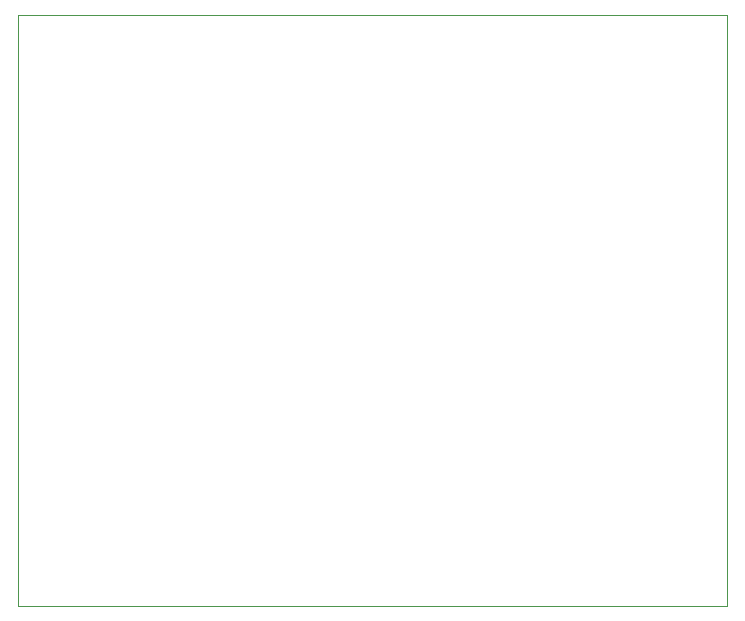
<source format=gko>
G04 (created by PCBNEW (2013-07-07 BZR 4022)-stable) date 3/3/2015 11:44:30 PM*
%MOIN*%
G04 Gerber Fmt 3.4, Leading zero omitted, Abs format*
%FSLAX34Y34*%
G01*
G70*
G90*
G04 APERTURE LIST*
%ADD10C,0.00590551*%
%ADD11C,0.00393701*%
G04 APERTURE END LIST*
G54D10*
G54D11*
X53940Y-55681D02*
X30318Y-55681D01*
X53940Y-35996D02*
X53940Y-55681D01*
X30318Y-35996D02*
X53940Y-35996D01*
X30318Y-35996D02*
X30318Y-55681D01*
M02*

</source>
